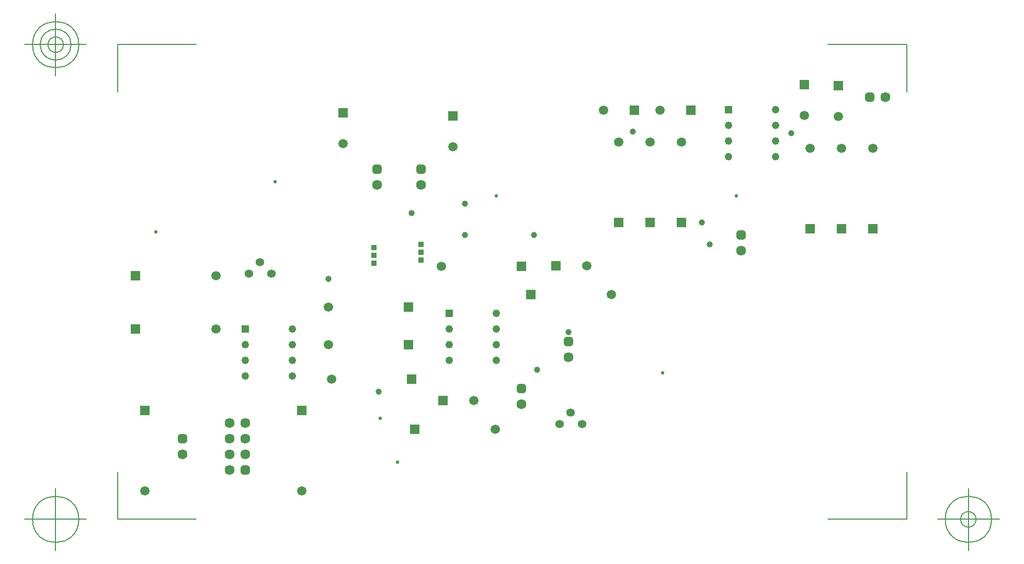
<source format=gbr>
G04 Generated by Ultiboard 12.0 *
%FSLAX25Y25*%
%MOIN*%

%ADD10C,0.00001*%
%ADD11C,0.00500*%
%ADD12C,0.04900*%
%ADD13R,0.04900X0.04900*%
%ADD14C,0.05906*%
%ADD15R,0.05906X0.05906*%
%ADD16C,0.05337*%
%ADD17R,0.02083X0.02083*%
%ADD18C,0.03917*%
%ADD19C,0.06334*%
%ADD20R,0.03762X0.03762*%
%ADD21C,0.03937*%
%ADD22C,0.02100*%


G04 ColorRGB FF00CC for the following layer *
%LNSolder Mask Top*%
%LPD*%
G54D10*
G54D11*
X-1500Y-1500D02*
X-1500Y28800D01*
X-1500Y-1500D02*
X48800Y-1500D01*
X501500Y-1500D02*
X451200Y-1500D01*
X501500Y-1500D02*
X501500Y28800D01*
X501500Y301500D02*
X501500Y271200D01*
X501500Y301500D02*
X451200Y301500D01*
X-1500Y301500D02*
X48800Y301500D01*
X-1500Y301500D02*
X-1500Y271200D01*
X-21185Y-1500D02*
X-60555Y-1500D01*
X-40870Y-21185D02*
X-40870Y18185D01*
X-55634Y-1500D02*
G75*
D01*
G02X-55634Y-1500I14764J0*
G01*
X521185Y-1500D02*
X560555Y-1500D01*
X540870Y-21185D02*
X540870Y18185D01*
X526106Y-1500D02*
G75*
D01*
G02X526106Y-1500I14764J0*
G01*
X535949Y-1500D02*
G75*
D01*
G02X535949Y-1500I4921J0*
G01*
X-21185Y301500D02*
X-60555Y301500D01*
X-40870Y281815D02*
X-40870Y321185D01*
X-55634Y301500D02*
G75*
D01*
G02X-55634Y301500I14764J0*
G01*
X-50713Y301500D02*
G75*
D01*
G02X-50713Y301500I9843J0*
G01*
X-45791Y301500D02*
G75*
D01*
G02X-45791Y301500I4921J0*
G01*
G54D12*
X110000Y120000D03*
X110000Y90000D03*
X110000Y110000D03*
X110000Y100000D03*
X80000Y110000D03*
X80000Y90000D03*
X80000Y100000D03*
X240000Y130000D03*
X240000Y100000D03*
X240000Y120000D03*
X240000Y110000D03*
X210000Y120000D03*
X210000Y100000D03*
X210000Y110000D03*
X418000Y260000D03*
X418000Y230000D03*
X418000Y250000D03*
X418000Y240000D03*
X388000Y250000D03*
X388000Y230000D03*
X388000Y240000D03*
G54D13*
X80000Y120000D03*
X210000Y130000D03*
X388000Y260000D03*
G54D14*
X61181Y120000D03*
X132819Y134000D03*
X61181Y154000D03*
X132819Y110000D03*
X134819Y88000D03*
X116000Y16819D03*
X16000Y16819D03*
X239181Y56000D03*
X440000Y235181D03*
X460000Y235181D03*
X480000Y235181D03*
X338000Y239181D03*
X358000Y239181D03*
X436197Y256315D03*
X458040Y255772D03*
X225685Y74197D03*
X297685Y160197D03*
X313181Y142000D03*
X204819Y160000D03*
X318000Y239181D03*
X308315Y259803D03*
X344315Y259803D03*
X142197Y238315D03*
X212197Y236315D03*
G54D15*
X10000Y120000D03*
X184000Y134000D03*
X10000Y154000D03*
X184000Y110000D03*
X186000Y88000D03*
X116000Y68000D03*
X16000Y68000D03*
X188000Y56000D03*
X440000Y184000D03*
X460000Y184000D03*
X480000Y184000D03*
X338000Y188000D03*
X358000Y188000D03*
X436197Y276000D03*
X458040Y275457D03*
X206000Y74197D03*
X278000Y160197D03*
X262000Y142000D03*
X256000Y160000D03*
X318000Y188000D03*
X328000Y259803D03*
X364000Y259803D03*
X142197Y258000D03*
X212197Y256000D03*
G54D16*
X89464Y162536D03*
X82393Y155464D03*
X96536Y155464D03*
X287464Y66536D03*
X280393Y59464D03*
X294536Y59464D03*
G54D17*
X40000Y50000D03*
X478000Y268000D03*
X286000Y112000D03*
X256000Y82000D03*
X80000Y30000D03*
X164000Y222000D03*
X192000Y222000D03*
X396000Y180000D03*
G54D18*
X38959Y48959D02*
X41041Y48959D01*
X41041Y51041D01*
X38959Y51041D01*
X38959Y48959D01*D02*
X476959Y266959D02*
X479041Y266959D01*
X479041Y269041D01*
X476959Y269041D01*
X476959Y266959D01*D02*
X284959Y110959D02*
X287041Y110959D01*
X287041Y113041D01*
X284959Y113041D01*
X284959Y110959D01*D02*
X254959Y80959D02*
X257041Y80959D01*
X257041Y83041D01*
X254959Y83041D01*
X254959Y80959D01*D02*
X78959Y28959D02*
X81041Y28959D01*
X81041Y31041D01*
X78959Y31041D01*
X78959Y28959D01*D02*
X162959Y220959D02*
X165041Y220959D01*
X165041Y223041D01*
X162959Y223041D01*
X162959Y220959D01*D02*
X190959Y220959D02*
X193041Y220959D01*
X193041Y223041D01*
X190959Y223041D01*
X190959Y220959D01*D02*
X394959Y178959D02*
X397041Y178959D01*
X397041Y181041D01*
X394959Y181041D01*
X394959Y178959D01*D02*
G54D19*
X40000Y40000D03*
X488000Y268000D03*
X286000Y102000D03*
X256000Y72000D03*
X70000Y40000D03*
X80000Y50000D03*
X80000Y60000D03*
X70000Y60000D03*
X70000Y30000D03*
X70000Y50000D03*
X80000Y40000D03*
X164000Y212000D03*
X192000Y212000D03*
X396000Y170000D03*
G54D20*
X191960Y164050D03*
X191960Y174100D03*
X191960Y169090D03*
X161960Y162050D03*
X161960Y172100D03*
X161960Y167090D03*
G54D21*
X266000Y94000D03*
X264000Y180000D03*
X286000Y118000D03*
X376000Y174000D03*
X371000Y188000D03*
X133000Y152000D03*
X220000Y180000D03*
X220000Y200000D03*
X186000Y194000D03*
X327000Y246000D03*
X428000Y245000D03*
X165000Y80000D03*
G54D22*
X23000Y182000D03*
X23000Y182000D03*
X166000Y63000D03*
X166000Y63000D03*
X177000Y35000D03*
X177000Y35000D03*
X99000Y214000D03*
X99000Y214000D03*
X240000Y205000D03*
X240000Y205000D03*
X393000Y205000D03*
X393000Y205000D03*
X346000Y92000D03*
X346000Y92000D03*

M00*

</source>
